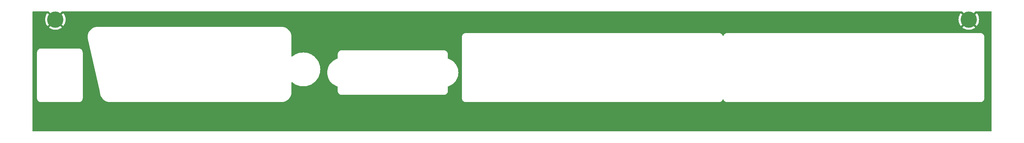
<source format=gbr>
%TF.GenerationSoftware,KiCad,Pcbnew,7.0.10*%
%TF.CreationDate,2024-04-26T12:54:52+01:00*%
%TF.ProjectId,back,6261636b-2e6b-4696-9361-645f70636258,rev?*%
%TF.SameCoordinates,Original*%
%TF.FileFunction,Copper,L1,Top*%
%TF.FilePolarity,Positive*%
%FSLAX46Y46*%
G04 Gerber Fmt 4.6, Leading zero omitted, Abs format (unit mm)*
G04 Created by KiCad (PCBNEW 7.0.10) date 2024-04-26 12:54:52*
%MOMM*%
%LPD*%
G01*
G04 APERTURE LIST*
%TA.AperFunction,ComponentPad*%
%ADD10C,4.000000*%
%TD*%
G04 APERTURE END LIST*
D10*
%TO.P,H2,1,1*%
%TO.N,GND*%
X256600000Y-89500000D03*
%TD*%
%TO.P,H1,1,1*%
%TO.N,GND*%
X32600000Y-89500000D03*
%TD*%
%TA.AperFunction,Conductor*%
%TO.N,GND*%
G36*
X30969730Y-87520185D02*
G01*
X30990372Y-87536819D01*
X31655819Y-88202266D01*
X31465130Y-88365130D01*
X31302266Y-88555818D01*
X30664286Y-87917838D01*
X30664285Y-87917838D01*
X30573459Y-88027629D01*
X30573457Y-88027632D01*
X30404903Y-88293232D01*
X30404900Y-88293238D01*
X30270965Y-88577862D01*
X30270963Y-88577867D01*
X30173755Y-88877041D01*
X30114808Y-89186050D01*
X30114807Y-89186057D01*
X30095057Y-89499994D01*
X30095057Y-89500005D01*
X30114807Y-89813942D01*
X30114808Y-89813949D01*
X30173755Y-90122958D01*
X30270963Y-90422132D01*
X30270965Y-90422137D01*
X30404900Y-90706761D01*
X30404903Y-90706767D01*
X30573457Y-90972367D01*
X30573460Y-90972371D01*
X30664286Y-91082160D01*
X31302266Y-90444180D01*
X31465130Y-90634870D01*
X31655818Y-90797732D01*
X31014971Y-91438579D01*
X31014972Y-91438581D01*
X31257772Y-91614985D01*
X31257790Y-91614996D01*
X31533447Y-91766540D01*
X31533455Y-91766544D01*
X31825926Y-91882340D01*
X32130620Y-91960573D01*
X32130629Y-91960575D01*
X32442701Y-91999999D01*
X32442715Y-92000000D01*
X32757285Y-92000000D01*
X32757298Y-91999999D01*
X33069370Y-91960575D01*
X33069379Y-91960573D01*
X33374073Y-91882340D01*
X33666544Y-91766544D01*
X33666552Y-91766540D01*
X33942209Y-91614996D01*
X33942219Y-91614990D01*
X34185026Y-91438579D01*
X34185027Y-91438579D01*
X33544180Y-90797733D01*
X33734870Y-90634870D01*
X33897733Y-90444181D01*
X34535712Y-91082160D01*
X34626544Y-90972364D01*
X34795096Y-90706767D01*
X34795099Y-90706761D01*
X34929034Y-90422137D01*
X34929036Y-90422132D01*
X35026244Y-90122958D01*
X35085191Y-89813949D01*
X35085192Y-89813942D01*
X35104943Y-89500005D01*
X35104943Y-89499994D01*
X35085192Y-89186057D01*
X35085191Y-89186050D01*
X35026244Y-88877041D01*
X34929036Y-88577867D01*
X34929034Y-88577862D01*
X34795099Y-88293238D01*
X34795096Y-88293232D01*
X34626542Y-88027632D01*
X34626539Y-88027628D01*
X34535712Y-87917838D01*
X33897732Y-88555818D01*
X33734870Y-88365130D01*
X33544180Y-88202266D01*
X34209628Y-87536819D01*
X34270951Y-87503334D01*
X34297309Y-87500500D01*
X254902691Y-87500500D01*
X254969730Y-87520185D01*
X254990372Y-87536819D01*
X255655819Y-88202266D01*
X255465130Y-88365130D01*
X255302266Y-88555818D01*
X254664286Y-87917838D01*
X254664285Y-87917838D01*
X254573459Y-88027629D01*
X254573457Y-88027632D01*
X254404903Y-88293232D01*
X254404900Y-88293238D01*
X254270965Y-88577862D01*
X254270963Y-88577867D01*
X254173755Y-88877041D01*
X254114808Y-89186050D01*
X254114807Y-89186057D01*
X254095057Y-89499994D01*
X254095057Y-89500005D01*
X254114807Y-89813942D01*
X254114808Y-89813949D01*
X254173755Y-90122958D01*
X254270963Y-90422132D01*
X254270965Y-90422137D01*
X254404900Y-90706761D01*
X254404903Y-90706767D01*
X254573457Y-90972367D01*
X254573460Y-90972371D01*
X254664286Y-91082160D01*
X255302266Y-90444180D01*
X255465130Y-90634870D01*
X255655818Y-90797732D01*
X255014971Y-91438579D01*
X255014972Y-91438581D01*
X255257772Y-91614985D01*
X255257790Y-91614996D01*
X255533447Y-91766540D01*
X255533455Y-91766544D01*
X255825926Y-91882340D01*
X256130620Y-91960573D01*
X256130629Y-91960575D01*
X256442701Y-91999999D01*
X256442715Y-92000000D01*
X256757285Y-92000000D01*
X256757298Y-91999999D01*
X257069370Y-91960575D01*
X257069379Y-91960573D01*
X257374073Y-91882340D01*
X257666544Y-91766544D01*
X257666552Y-91766540D01*
X257942209Y-91614996D01*
X257942219Y-91614990D01*
X258185026Y-91438579D01*
X258185027Y-91438579D01*
X257544180Y-90797733D01*
X257734870Y-90634870D01*
X257897733Y-90444181D01*
X258535712Y-91082160D01*
X258626544Y-90972364D01*
X258795096Y-90706767D01*
X258795099Y-90706761D01*
X258929034Y-90422137D01*
X258929036Y-90422132D01*
X259026244Y-90122958D01*
X259085191Y-89813949D01*
X259085192Y-89813942D01*
X259104943Y-89500005D01*
X259104943Y-89499994D01*
X259085192Y-89186057D01*
X259085191Y-89186050D01*
X259026244Y-88877041D01*
X258929036Y-88577867D01*
X258929034Y-88577862D01*
X258795099Y-88293238D01*
X258795096Y-88293232D01*
X258626542Y-88027632D01*
X258626539Y-88027628D01*
X258535712Y-87917838D01*
X257897732Y-88555818D01*
X257734870Y-88365130D01*
X257544180Y-88202266D01*
X258209628Y-87536819D01*
X258270951Y-87503334D01*
X258297309Y-87500500D01*
X262075500Y-87500500D01*
X262142539Y-87520185D01*
X262188294Y-87572989D01*
X262199500Y-87624500D01*
X262199500Y-116875500D01*
X262179815Y-116942539D01*
X262127011Y-116988294D01*
X262075500Y-116999500D01*
X27124500Y-116999500D01*
X27057461Y-116979815D01*
X27011706Y-116927011D01*
X27000500Y-116875500D01*
X27000500Y-108850936D01*
X28095631Y-108850936D01*
X28106719Y-108923325D01*
X28107513Y-108929553D01*
X28114925Y-109002437D01*
X28114926Y-109002440D01*
X28119749Y-109017814D01*
X28124003Y-109036147D01*
X28126442Y-109052064D01*
X28126443Y-109052068D01*
X28151882Y-109120760D01*
X28153911Y-109126696D01*
X28175841Y-109196588D01*
X28175842Y-109196589D01*
X28175843Y-109196592D01*
X28183657Y-109210670D01*
X28191517Y-109227777D01*
X28197111Y-109242881D01*
X28197113Y-109242884D01*
X28197114Y-109242887D01*
X28213198Y-109268692D01*
X28235864Y-109305057D01*
X28239050Y-109310469D01*
X28274592Y-109374503D01*
X28274593Y-109374504D01*
X28285078Y-109386718D01*
X28296222Y-109401894D01*
X28304745Y-109415567D01*
X28304746Y-109415568D01*
X28304748Y-109415571D01*
X28355246Y-109468695D01*
X28359421Y-109473317D01*
X28374279Y-109490625D01*
X28407132Y-109528894D01*
X28407133Y-109528895D01*
X28419869Y-109538753D01*
X28433844Y-109551379D01*
X28444940Y-109563052D01*
X28505051Y-109604891D01*
X28510115Y-109608609D01*
X28518270Y-109614921D01*
X28568042Y-109653448D01*
X28582515Y-109660547D01*
X28598726Y-109670090D01*
X28611951Y-109679295D01*
X28679264Y-109708181D01*
X28684954Y-109710795D01*
X28696267Y-109716345D01*
X28750724Y-109743058D01*
X28750726Y-109743058D01*
X28750729Y-109743060D01*
X28766316Y-109747095D01*
X28784128Y-109753182D01*
X28798942Y-109759540D01*
X28870700Y-109774285D01*
X28876779Y-109775695D01*
X28947711Y-109794062D01*
X28947715Y-109794063D01*
X28963807Y-109794879D01*
X28982480Y-109797257D01*
X28991413Y-109799093D01*
X28998258Y-109800500D01*
X28998259Y-109800500D01*
X29071500Y-109800500D01*
X29077778Y-109800658D01*
X29150936Y-109804369D01*
X29166857Y-109801930D01*
X29185633Y-109800500D01*
X38271500Y-109800500D01*
X38277778Y-109800658D01*
X38350936Y-109804369D01*
X38423339Y-109793276D01*
X38429557Y-109792484D01*
X38502438Y-109785074D01*
X38517811Y-109780250D01*
X38536149Y-109775995D01*
X38540473Y-109775332D01*
X38552071Y-109773556D01*
X38620789Y-109748105D01*
X38626672Y-109746094D01*
X38696588Y-109724159D01*
X38710670Y-109716341D01*
X38727782Y-109708479D01*
X38742887Y-109702886D01*
X38805073Y-109664123D01*
X38810421Y-109660975D01*
X38874502Y-109625409D01*
X38886724Y-109614915D01*
X38901898Y-109603773D01*
X38915571Y-109595252D01*
X38968690Y-109544757D01*
X38973294Y-109540597D01*
X39028895Y-109492866D01*
X39038750Y-109480133D01*
X39051374Y-109466161D01*
X39055810Y-109461942D01*
X39063053Y-109455059D01*
X39104926Y-109394895D01*
X39108577Y-109389923D01*
X39153448Y-109331958D01*
X39160549Y-109317479D01*
X39170092Y-109301269D01*
X39179295Y-109288049D01*
X39208186Y-109220722D01*
X39210791Y-109215054D01*
X39243060Y-109149271D01*
X39247098Y-109133672D01*
X39253191Y-109115851D01*
X39259538Y-109101062D01*
X39259540Y-109101058D01*
X39274288Y-109029287D01*
X39275692Y-109023231D01*
X39294063Y-108952285D01*
X39294879Y-108936193D01*
X39297258Y-108917516D01*
X39300500Y-108901742D01*
X39300500Y-108828499D01*
X39300659Y-108822219D01*
X39304369Y-108749064D01*
X39301930Y-108733142D01*
X39300500Y-108714366D01*
X39300500Y-97628499D01*
X39300659Y-97622219D01*
X39302065Y-97594495D01*
X39304369Y-97549064D01*
X39293277Y-97476664D01*
X39292484Y-97470436D01*
X39291756Y-97463281D01*
X39285074Y-97397562D01*
X39280766Y-97383832D01*
X39280251Y-97382189D01*
X39275994Y-97363849D01*
X39273556Y-97347929D01*
X39248100Y-97279197D01*
X39246098Y-97273338D01*
X39224159Y-97203412D01*
X39216339Y-97189324D01*
X39208482Y-97172225D01*
X39202886Y-97157113D01*
X39164129Y-97094934D01*
X39160951Y-97089534D01*
X39153686Y-97076445D01*
X39125409Y-97025498D01*
X39114921Y-97013281D01*
X39103773Y-96998100D01*
X39103489Y-96997645D01*
X39095252Y-96984429D01*
X39044787Y-96931340D01*
X39040577Y-96926680D01*
X38992873Y-96871112D01*
X38992868Y-96871108D01*
X38992866Y-96871105D01*
X38980126Y-96861243D01*
X38966155Y-96848620D01*
X38955063Y-96836951D01*
X38955062Y-96836950D01*
X38955059Y-96836947D01*
X38894936Y-96795100D01*
X38889874Y-96791382D01*
X38831960Y-96746553D01*
X38831957Y-96746551D01*
X38817496Y-96739458D01*
X38801270Y-96729906D01*
X38788051Y-96720706D01*
X38788049Y-96720705D01*
X38720720Y-96691811D01*
X38715061Y-96689211D01*
X38649271Y-96656940D01*
X38649269Y-96656939D01*
X38633680Y-96652903D01*
X38615864Y-96646813D01*
X38601061Y-96640461D01*
X38601059Y-96640460D01*
X38601058Y-96640460D01*
X38529306Y-96625714D01*
X38523195Y-96624297D01*
X38516544Y-96622575D01*
X38452285Y-96605937D01*
X38452284Y-96605936D01*
X38452281Y-96605936D01*
X38436189Y-96605119D01*
X38417523Y-96602742D01*
X38401743Y-96599500D01*
X38401741Y-96599500D01*
X38328500Y-96599500D01*
X38322221Y-96599341D01*
X38249064Y-96595631D01*
X38249060Y-96595631D01*
X38233143Y-96598070D01*
X38214367Y-96599500D01*
X29128500Y-96599500D01*
X29122221Y-96599341D01*
X29091787Y-96597797D01*
X29049065Y-96595631D01*
X29049058Y-96595631D01*
X28976676Y-96606719D01*
X28970448Y-96607513D01*
X28897566Y-96614925D01*
X28897557Y-96614927D01*
X28882187Y-96619749D01*
X28863858Y-96624003D01*
X28847929Y-96626444D01*
X28847926Y-96626445D01*
X28779245Y-96651880D01*
X28773305Y-96653911D01*
X28703412Y-96675840D01*
X28689322Y-96683661D01*
X28672220Y-96691518D01*
X28657118Y-96697111D01*
X28657108Y-96697116D01*
X28594959Y-96735854D01*
X28589546Y-96739040D01*
X28525506Y-96774585D01*
X28525499Y-96774590D01*
X28513278Y-96785081D01*
X28498114Y-96796216D01*
X28484430Y-96804746D01*
X28484427Y-96804749D01*
X28431338Y-96855213D01*
X28426679Y-96859422D01*
X28371109Y-96907129D01*
X28371102Y-96907136D01*
X28361243Y-96919872D01*
X28348631Y-96933832D01*
X28336949Y-96944938D01*
X28336948Y-96944939D01*
X28295111Y-97005046D01*
X28291396Y-97010106D01*
X28246550Y-97068043D01*
X28239452Y-97082513D01*
X28229907Y-97098728D01*
X28220706Y-97111948D01*
X28220705Y-97111949D01*
X28191818Y-97179262D01*
X28189197Y-97184965D01*
X28156939Y-97250729D01*
X28156938Y-97250733D01*
X28152901Y-97266324D01*
X28146815Y-97284129D01*
X28140461Y-97298937D01*
X28125716Y-97370687D01*
X28124296Y-97376805D01*
X28105936Y-97447716D01*
X28105119Y-97463811D01*
X28102743Y-97482474D01*
X28099500Y-97498260D01*
X28099500Y-97571499D01*
X28099341Y-97577779D01*
X28095631Y-97650935D01*
X28095631Y-97650936D01*
X28098070Y-97666857D01*
X28099500Y-97685633D01*
X28099500Y-108771499D01*
X28099341Y-108777779D01*
X28095631Y-108850935D01*
X28095631Y-108850936D01*
X27000500Y-108850936D01*
X27000500Y-93715023D01*
X40497936Y-93715023D01*
X40499483Y-93807381D01*
X40499500Y-93809457D01*
X40499500Y-93892707D01*
X40500029Y-93898415D01*
X40499909Y-93898426D01*
X40501225Y-93911439D01*
X40501343Y-93918471D01*
X40501344Y-93918483D01*
X40519249Y-93998771D01*
X40520110Y-94002972D01*
X40533569Y-94074966D01*
X40533572Y-94074975D01*
X40536503Y-94082541D01*
X40541902Y-94100340D01*
X43452768Y-107152287D01*
X43598312Y-107804890D01*
X43611378Y-107863474D01*
X43613451Y-107875553D01*
X43617908Y-107912346D01*
X43617908Y-107912348D01*
X43631249Y-107954671D01*
X43634007Y-107964939D01*
X43634536Y-107967308D01*
X43634538Y-107967314D01*
X43634538Y-107967317D01*
X43646820Y-108004286D01*
X43647393Y-108006055D01*
X43690328Y-108142081D01*
X43690329Y-108142083D01*
X43690332Y-108142092D01*
X43773491Y-108328117D01*
X43811279Y-108412648D01*
X43962483Y-108667529D01*
X44141940Y-108903366D01*
X44237147Y-109002437D01*
X44347287Y-109117048D01*
X44347292Y-109117052D01*
X44347294Y-109117054D01*
X44358976Y-109126700D01*
X44575804Y-109305746D01*
X44724103Y-109401894D01*
X44824466Y-109466964D01*
X44824468Y-109466965D01*
X45089988Y-109598571D01*
X45089993Y-109598574D01*
X45089996Y-109598575D01*
X45089998Y-109598576D01*
X45206783Y-109640561D01*
X45368881Y-109698838D01*
X45647234Y-109764036D01*
X45657425Y-109766423D01*
X45951822Y-109800441D01*
X45991554Y-109800456D01*
X45992394Y-109800500D01*
X45998259Y-109800500D01*
X88151254Y-109800500D01*
X88204265Y-109794063D01*
X88451551Y-109764037D01*
X88745266Y-109691643D01*
X88745269Y-109691641D01*
X88745272Y-109691641D01*
X88919910Y-109625409D01*
X89028113Y-109584373D01*
X89295967Y-109443792D01*
X89544924Y-109271950D01*
X89771352Y-109071352D01*
X89966624Y-108850936D01*
X132295631Y-108850936D01*
X132306719Y-108923325D01*
X132307513Y-108929553D01*
X132314925Y-109002437D01*
X132314926Y-109002440D01*
X132319749Y-109017814D01*
X132324003Y-109036147D01*
X132326442Y-109052064D01*
X132326443Y-109052068D01*
X132351882Y-109120760D01*
X132353911Y-109126696D01*
X132375841Y-109196588D01*
X132375842Y-109196589D01*
X132375843Y-109196592D01*
X132383657Y-109210670D01*
X132391517Y-109227777D01*
X132397111Y-109242881D01*
X132397113Y-109242884D01*
X132397114Y-109242887D01*
X132413198Y-109268692D01*
X132435864Y-109305057D01*
X132439050Y-109310469D01*
X132474592Y-109374503D01*
X132474593Y-109374504D01*
X132485078Y-109386718D01*
X132496222Y-109401894D01*
X132504745Y-109415567D01*
X132504746Y-109415568D01*
X132504748Y-109415571D01*
X132555246Y-109468695D01*
X132559421Y-109473317D01*
X132574279Y-109490625D01*
X132607132Y-109528894D01*
X132607133Y-109528895D01*
X132619869Y-109538753D01*
X132633844Y-109551379D01*
X132644940Y-109563052D01*
X132705051Y-109604891D01*
X132710115Y-109608609D01*
X132718270Y-109614921D01*
X132768042Y-109653448D01*
X132782515Y-109660547D01*
X132798726Y-109670090D01*
X132811951Y-109679295D01*
X132879264Y-109708181D01*
X132884954Y-109710795D01*
X132896267Y-109716345D01*
X132950724Y-109743058D01*
X132950726Y-109743058D01*
X132950729Y-109743060D01*
X132966316Y-109747095D01*
X132984128Y-109753182D01*
X132998942Y-109759540D01*
X133070700Y-109774285D01*
X133076779Y-109775695D01*
X133147711Y-109794062D01*
X133147715Y-109794063D01*
X133163807Y-109794879D01*
X133182480Y-109797257D01*
X133191413Y-109799093D01*
X133198258Y-109800500D01*
X133198259Y-109800500D01*
X133271500Y-109800500D01*
X133277778Y-109800658D01*
X133350936Y-109804369D01*
X133366857Y-109801930D01*
X133385633Y-109800500D01*
X195271500Y-109800500D01*
X195277778Y-109800658D01*
X195350936Y-109804369D01*
X195423339Y-109793276D01*
X195429557Y-109792484D01*
X195502438Y-109785074D01*
X195517811Y-109780250D01*
X195536149Y-109775995D01*
X195540473Y-109775332D01*
X195552071Y-109773556D01*
X195620789Y-109748105D01*
X195626672Y-109746094D01*
X195696588Y-109724159D01*
X195710670Y-109716341D01*
X195727782Y-109708479D01*
X195742887Y-109702886D01*
X195805073Y-109664123D01*
X195810421Y-109660975D01*
X195874502Y-109625409D01*
X195886724Y-109614915D01*
X195901898Y-109603773D01*
X195915571Y-109595252D01*
X195968690Y-109544757D01*
X195973294Y-109540597D01*
X196028895Y-109492866D01*
X196038750Y-109480133D01*
X196051374Y-109466161D01*
X196055810Y-109461942D01*
X196063053Y-109455059D01*
X196104926Y-109394895D01*
X196108577Y-109389923D01*
X196153448Y-109331958D01*
X196160549Y-109317479D01*
X196170092Y-109301269D01*
X196179295Y-109288049D01*
X196208186Y-109220722D01*
X196210782Y-109215071D01*
X196239269Y-109156998D01*
X196286464Y-109105482D01*
X196354022Y-109087658D01*
X196420492Y-109109189D01*
X196464769Y-109163238D01*
X196468906Y-109174487D01*
X196475839Y-109196582D01*
X196475843Y-109196592D01*
X196483657Y-109210670D01*
X196491517Y-109227777D01*
X196497111Y-109242881D01*
X196497113Y-109242884D01*
X196497114Y-109242887D01*
X196513198Y-109268692D01*
X196535864Y-109305057D01*
X196539050Y-109310469D01*
X196574592Y-109374503D01*
X196574593Y-109374504D01*
X196585078Y-109386718D01*
X196596222Y-109401894D01*
X196604745Y-109415567D01*
X196604746Y-109415568D01*
X196604748Y-109415571D01*
X196655246Y-109468695D01*
X196659421Y-109473317D01*
X196674279Y-109490625D01*
X196707132Y-109528894D01*
X196707133Y-109528895D01*
X196719869Y-109538753D01*
X196733844Y-109551379D01*
X196744940Y-109563052D01*
X196805051Y-109604891D01*
X196810115Y-109608609D01*
X196818270Y-109614921D01*
X196868042Y-109653448D01*
X196882515Y-109660547D01*
X196898726Y-109670090D01*
X196911951Y-109679295D01*
X196979264Y-109708181D01*
X196984954Y-109710795D01*
X196996267Y-109716345D01*
X197050724Y-109743058D01*
X197050726Y-109743058D01*
X197050729Y-109743060D01*
X197066316Y-109747095D01*
X197084128Y-109753182D01*
X197098942Y-109759540D01*
X197170700Y-109774285D01*
X197176779Y-109775695D01*
X197247711Y-109794062D01*
X197247715Y-109794063D01*
X197263807Y-109794879D01*
X197282480Y-109797257D01*
X197291413Y-109799093D01*
X197298258Y-109800500D01*
X197298259Y-109800500D01*
X197371500Y-109800500D01*
X197377778Y-109800658D01*
X197450936Y-109804369D01*
X197466857Y-109801930D01*
X197485633Y-109800500D01*
X259371500Y-109800500D01*
X259377778Y-109800658D01*
X259450936Y-109804369D01*
X259523339Y-109793276D01*
X259529557Y-109792484D01*
X259602438Y-109785074D01*
X259617811Y-109780250D01*
X259636149Y-109775995D01*
X259640473Y-109775332D01*
X259652071Y-109773556D01*
X259720789Y-109748105D01*
X259726672Y-109746094D01*
X259796588Y-109724159D01*
X259810670Y-109716341D01*
X259827782Y-109708479D01*
X259842887Y-109702886D01*
X259905073Y-109664123D01*
X259910421Y-109660975D01*
X259974502Y-109625409D01*
X259986724Y-109614915D01*
X260001898Y-109603773D01*
X260015571Y-109595252D01*
X260068690Y-109544757D01*
X260073294Y-109540597D01*
X260128895Y-109492866D01*
X260138750Y-109480133D01*
X260151374Y-109466161D01*
X260155810Y-109461942D01*
X260163053Y-109455059D01*
X260204926Y-109394895D01*
X260208577Y-109389923D01*
X260253448Y-109331958D01*
X260260549Y-109317479D01*
X260270092Y-109301269D01*
X260279295Y-109288049D01*
X260308186Y-109220722D01*
X260310791Y-109215054D01*
X260343060Y-109149271D01*
X260347098Y-109133672D01*
X260353191Y-109115851D01*
X260359538Y-109101062D01*
X260359540Y-109101058D01*
X260374288Y-109029287D01*
X260375692Y-109023231D01*
X260394063Y-108952285D01*
X260394879Y-108936193D01*
X260397258Y-108917516D01*
X260400500Y-108901742D01*
X260400500Y-108828499D01*
X260400659Y-108822219D01*
X260404369Y-108749064D01*
X260401930Y-108733142D01*
X260400500Y-108714366D01*
X260400500Y-93828499D01*
X260400659Y-93822219D01*
X260401360Y-93808396D01*
X260404369Y-93749064D01*
X260393277Y-93676664D01*
X260392484Y-93670436D01*
X260390278Y-93648745D01*
X260385074Y-93597562D01*
X260384248Y-93594930D01*
X260380251Y-93582189D01*
X260375994Y-93563849D01*
X260373556Y-93547929D01*
X260348100Y-93479197D01*
X260346098Y-93473338D01*
X260324159Y-93403412D01*
X260316339Y-93389324D01*
X260308482Y-93372225D01*
X260302886Y-93357113D01*
X260264129Y-93294934D01*
X260260951Y-93289534D01*
X260257054Y-93282513D01*
X260225409Y-93225498D01*
X260214921Y-93213281D01*
X260203773Y-93198100D01*
X260203489Y-93197645D01*
X260195252Y-93184429D01*
X260144787Y-93131340D01*
X260140577Y-93126680D01*
X260092873Y-93071112D01*
X260092868Y-93071108D01*
X260092866Y-93071105D01*
X260080126Y-93061243D01*
X260066155Y-93048620D01*
X260055063Y-93036951D01*
X260055062Y-93036950D01*
X260055059Y-93036947D01*
X259994936Y-92995100D01*
X259989874Y-92991382D01*
X259931960Y-92946553D01*
X259931957Y-92946551D01*
X259917496Y-92939458D01*
X259901270Y-92929906D01*
X259888051Y-92920706D01*
X259888049Y-92920705D01*
X259820720Y-92891811D01*
X259815061Y-92889211D01*
X259749271Y-92856940D01*
X259749269Y-92856939D01*
X259733680Y-92852903D01*
X259715864Y-92846813D01*
X259701061Y-92840461D01*
X259701059Y-92840460D01*
X259701058Y-92840460D01*
X259629306Y-92825714D01*
X259623195Y-92824297D01*
X259616544Y-92822575D01*
X259552285Y-92805937D01*
X259552284Y-92805936D01*
X259552281Y-92805936D01*
X259536189Y-92805119D01*
X259517523Y-92802742D01*
X259501743Y-92799500D01*
X259501741Y-92799500D01*
X259428500Y-92799500D01*
X259422221Y-92799341D01*
X259349064Y-92795631D01*
X259349060Y-92795631D01*
X259333143Y-92798070D01*
X259314367Y-92799500D01*
X197428500Y-92799500D01*
X197422221Y-92799341D01*
X197391787Y-92797797D01*
X197349065Y-92795631D01*
X197349058Y-92795631D01*
X197276676Y-92806719D01*
X197270448Y-92807513D01*
X197197566Y-92814925D01*
X197197557Y-92814927D01*
X197182187Y-92819749D01*
X197163858Y-92824003D01*
X197147929Y-92826444D01*
X197147926Y-92826445D01*
X197079245Y-92851880D01*
X197073305Y-92853911D01*
X197003412Y-92875840D01*
X196989322Y-92883661D01*
X196972220Y-92891518D01*
X196957118Y-92897111D01*
X196957108Y-92897116D01*
X196894959Y-92935854D01*
X196889546Y-92939040D01*
X196825506Y-92974585D01*
X196825499Y-92974590D01*
X196813278Y-92985081D01*
X196798114Y-92996216D01*
X196784430Y-93004746D01*
X196784427Y-93004749D01*
X196731338Y-93055213D01*
X196726679Y-93059422D01*
X196671109Y-93107129D01*
X196671102Y-93107136D01*
X196661243Y-93119872D01*
X196648631Y-93133832D01*
X196636949Y-93144938D01*
X196636948Y-93144939D01*
X196595111Y-93205046D01*
X196591396Y-93210106D01*
X196546550Y-93268043D01*
X196539452Y-93282513D01*
X196529907Y-93298728D01*
X196520706Y-93311948D01*
X196520705Y-93311949D01*
X196491818Y-93379262D01*
X196489197Y-93384965D01*
X196460734Y-93442994D01*
X196413538Y-93494515D01*
X196345981Y-93512341D01*
X196279511Y-93490812D01*
X196235231Y-93436765D01*
X196231091Y-93425507D01*
X196226061Y-93409475D01*
X196224159Y-93403412D01*
X196216339Y-93389324D01*
X196208482Y-93372225D01*
X196202886Y-93357113D01*
X196164129Y-93294934D01*
X196160951Y-93289534D01*
X196157054Y-93282513D01*
X196125409Y-93225498D01*
X196114921Y-93213281D01*
X196103773Y-93198100D01*
X196103489Y-93197645D01*
X196095252Y-93184429D01*
X196044787Y-93131340D01*
X196040577Y-93126680D01*
X195992873Y-93071112D01*
X195992868Y-93071108D01*
X195992866Y-93071105D01*
X195980126Y-93061243D01*
X195966155Y-93048620D01*
X195955063Y-93036951D01*
X195955062Y-93036950D01*
X195955059Y-93036947D01*
X195894936Y-92995100D01*
X195889874Y-92991382D01*
X195831960Y-92946553D01*
X195831957Y-92946551D01*
X195817496Y-92939458D01*
X195801270Y-92929906D01*
X195788051Y-92920706D01*
X195788049Y-92920705D01*
X195720720Y-92891811D01*
X195715061Y-92889211D01*
X195649271Y-92856940D01*
X195649269Y-92856939D01*
X195633680Y-92852903D01*
X195615864Y-92846813D01*
X195601061Y-92840461D01*
X195601059Y-92840460D01*
X195601058Y-92840460D01*
X195529306Y-92825714D01*
X195523195Y-92824297D01*
X195516544Y-92822575D01*
X195452285Y-92805937D01*
X195452284Y-92805936D01*
X195452281Y-92805936D01*
X195436189Y-92805119D01*
X195417523Y-92802742D01*
X195401743Y-92799500D01*
X195401741Y-92799500D01*
X195328500Y-92799500D01*
X195322221Y-92799341D01*
X195249064Y-92795631D01*
X195249060Y-92795631D01*
X195233143Y-92798070D01*
X195214367Y-92799500D01*
X133328500Y-92799500D01*
X133322221Y-92799341D01*
X133291787Y-92797797D01*
X133249065Y-92795631D01*
X133249058Y-92795631D01*
X133176676Y-92806719D01*
X133170448Y-92807513D01*
X133097566Y-92814925D01*
X133097557Y-92814927D01*
X133082187Y-92819749D01*
X133063858Y-92824003D01*
X133047929Y-92826444D01*
X133047926Y-92826445D01*
X132979245Y-92851880D01*
X132973305Y-92853911D01*
X132903412Y-92875840D01*
X132889322Y-92883661D01*
X132872220Y-92891518D01*
X132857118Y-92897111D01*
X132857108Y-92897116D01*
X132794959Y-92935854D01*
X132789546Y-92939040D01*
X132725506Y-92974585D01*
X132725499Y-92974590D01*
X132713278Y-92985081D01*
X132698114Y-92996216D01*
X132684430Y-93004746D01*
X132684427Y-93004749D01*
X132631338Y-93055213D01*
X132626679Y-93059422D01*
X132571109Y-93107129D01*
X132571102Y-93107136D01*
X132561243Y-93119872D01*
X132548631Y-93133832D01*
X132536949Y-93144938D01*
X132536948Y-93144939D01*
X132495111Y-93205046D01*
X132491396Y-93210106D01*
X132446550Y-93268043D01*
X132439452Y-93282513D01*
X132429907Y-93298728D01*
X132420706Y-93311948D01*
X132420705Y-93311949D01*
X132391818Y-93379262D01*
X132389197Y-93384965D01*
X132356939Y-93450729D01*
X132356938Y-93450733D01*
X132352901Y-93466324D01*
X132346815Y-93484129D01*
X132340461Y-93498937D01*
X132325716Y-93570687D01*
X132324296Y-93576805D01*
X132305936Y-93647716D01*
X132305119Y-93663811D01*
X132302743Y-93682474D01*
X132299500Y-93698260D01*
X132299500Y-93771499D01*
X132299341Y-93777779D01*
X132295631Y-93850935D01*
X132295631Y-93850936D01*
X132298070Y-93866857D01*
X132299500Y-93885633D01*
X132299500Y-108771499D01*
X132299341Y-108777779D01*
X132295631Y-108850935D01*
X132295631Y-108850936D01*
X89966624Y-108850936D01*
X89971950Y-108844924D01*
X90143792Y-108595967D01*
X90284373Y-108328113D01*
X90391643Y-108045266D01*
X90464037Y-107751551D01*
X90500500Y-107451252D01*
X90500500Y-107300000D01*
X90500500Y-107207290D01*
X90500500Y-105003369D01*
X90520185Y-104936330D01*
X90572989Y-104890575D01*
X90642147Y-104880631D01*
X90705703Y-104909656D01*
X90707773Y-104911491D01*
X90753233Y-104952694D01*
X90763776Y-104962249D01*
X91091325Y-105205176D01*
X91441109Y-105414828D01*
X91809757Y-105589186D01*
X92193721Y-105726570D01*
X92589301Y-105825658D01*
X92992689Y-105885495D01*
X93400000Y-105905505D01*
X93807311Y-105885495D01*
X94210699Y-105825658D01*
X94606279Y-105726570D01*
X94990243Y-105589186D01*
X95358891Y-105414828D01*
X95708675Y-105205176D01*
X96036224Y-104962249D01*
X96338386Y-104688386D01*
X96612249Y-104386224D01*
X96855176Y-104058675D01*
X97064828Y-103708891D01*
X97239186Y-103340243D01*
X97376570Y-102956279D01*
X97475658Y-102560699D01*
X97480953Y-102525000D01*
X99269904Y-102525000D01*
X99288271Y-102887191D01*
X99343188Y-103245663D01*
X99434092Y-103596757D01*
X99560039Y-103936823D01*
X99560042Y-103936830D01*
X99560043Y-103936832D01*
X99560045Y-103936836D01*
X99719754Y-104262427D01*
X99742029Y-104298163D01*
X99911588Y-104570195D01*
X99911590Y-104570198D01*
X99911591Y-104570199D01*
X100133567Y-104856969D01*
X100133573Y-104856976D01*
X100364584Y-105100000D01*
X100383432Y-105119828D01*
X100658599Y-105356051D01*
X100658602Y-105356053D01*
X100956258Y-105563228D01*
X101273347Y-105739226D01*
X101606614Y-105882243D01*
X101762621Y-105931190D01*
X101820693Y-105970040D01*
X101848542Y-106034120D01*
X101849500Y-106049503D01*
X101849500Y-106971498D01*
X101849341Y-106977778D01*
X101845631Y-107050934D01*
X101845631Y-107050935D01*
X101856719Y-107123324D01*
X101857513Y-107129552D01*
X101864925Y-107202436D01*
X101864926Y-107202439D01*
X101869749Y-107217813D01*
X101874003Y-107236146D01*
X101876442Y-107252063D01*
X101876443Y-107252067D01*
X101901882Y-107320759D01*
X101903911Y-107326695D01*
X101925841Y-107396587D01*
X101925842Y-107396588D01*
X101925843Y-107396591D01*
X101933657Y-107410669D01*
X101941517Y-107427776D01*
X101947111Y-107442880D01*
X101947113Y-107442883D01*
X101947114Y-107442886D01*
X101952329Y-107451252D01*
X101985864Y-107505056D01*
X101989050Y-107510468D01*
X102000978Y-107531959D01*
X102024592Y-107574502D01*
X102024593Y-107574503D01*
X102035078Y-107586717D01*
X102046222Y-107601893D01*
X102054745Y-107615566D01*
X102054746Y-107615567D01*
X102054748Y-107615570D01*
X102105246Y-107668694D01*
X102109421Y-107673316D01*
X102115275Y-107680135D01*
X102157132Y-107728893D01*
X102157133Y-107728894D01*
X102169869Y-107738752D01*
X102183842Y-107751376D01*
X102184008Y-107751551D01*
X102194940Y-107763051D01*
X102255051Y-107804890D01*
X102260115Y-107808608D01*
X102318042Y-107853447D01*
X102332515Y-107860546D01*
X102348726Y-107870089D01*
X102361951Y-107879294D01*
X102429264Y-107908180D01*
X102434954Y-107910794D01*
X102446269Y-107916345D01*
X102500724Y-107943057D01*
X102500726Y-107943057D01*
X102500729Y-107943059D01*
X102516316Y-107947094D01*
X102534128Y-107953181D01*
X102548942Y-107959539D01*
X102620700Y-107974284D01*
X102626779Y-107975694D01*
X102697711Y-107994061D01*
X102697715Y-107994062D01*
X102713807Y-107994878D01*
X102732480Y-107997256D01*
X102741413Y-107999092D01*
X102748258Y-108000499D01*
X102748259Y-108000499D01*
X102821500Y-108000499D01*
X102827778Y-108000657D01*
X102900936Y-108004368D01*
X102916857Y-108001929D01*
X102935633Y-108000499D01*
X127821497Y-108000499D01*
X127827778Y-108000658D01*
X127900936Y-108004369D01*
X127973339Y-107993276D01*
X127979557Y-107992484D01*
X128052438Y-107985074D01*
X128067811Y-107980250D01*
X128086149Y-107975995D01*
X128090473Y-107975332D01*
X128102071Y-107973556D01*
X128170789Y-107948105D01*
X128176672Y-107946094D01*
X128246588Y-107924159D01*
X128260670Y-107916341D01*
X128277782Y-107908479D01*
X128292887Y-107902886D01*
X128355073Y-107864123D01*
X128360421Y-107860975D01*
X128424502Y-107825409D01*
X128436724Y-107814915D01*
X128451898Y-107803773D01*
X128465571Y-107795252D01*
X128518690Y-107744757D01*
X128523294Y-107740597D01*
X128578895Y-107692866D01*
X128588750Y-107680133D01*
X128601374Y-107666161D01*
X128605810Y-107661942D01*
X128613053Y-107655059D01*
X128654926Y-107594895D01*
X128658577Y-107589923D01*
X128703448Y-107531958D01*
X128710549Y-107517479D01*
X128720092Y-107501269D01*
X128729295Y-107488049D01*
X128758186Y-107420722D01*
X128760791Y-107415054D01*
X128793060Y-107349271D01*
X128797098Y-107333672D01*
X128803191Y-107315851D01*
X128809538Y-107301062D01*
X128809540Y-107301058D01*
X128824288Y-107229287D01*
X128825692Y-107223231D01*
X128844063Y-107152285D01*
X128844879Y-107136193D01*
X128847258Y-107117516D01*
X128850500Y-107101742D01*
X128850500Y-107028499D01*
X128850659Y-107022219D01*
X128854369Y-106949064D01*
X128851930Y-106933142D01*
X128850500Y-106914366D01*
X128850500Y-106049502D01*
X128870185Y-105982463D01*
X128922989Y-105936708D01*
X128937371Y-105931191D01*
X129093386Y-105882242D01*
X129426653Y-105739226D01*
X129743741Y-105563227D01*
X130041398Y-105356052D01*
X130316567Y-105119827D01*
X130566426Y-104856975D01*
X130788411Y-104570194D01*
X130980244Y-104262427D01*
X131139956Y-103936831D01*
X131265909Y-103596748D01*
X131356810Y-103245668D01*
X131411727Y-102887192D01*
X131430095Y-102525000D01*
X131411727Y-102162808D01*
X131356810Y-101804332D01*
X131265909Y-101453252D01*
X131265905Y-101453242D01*
X131139959Y-101113177D01*
X131139958Y-101113176D01*
X131139956Y-101113169D01*
X130980244Y-100787573D01*
X130788411Y-100479806D01*
X130566426Y-100193025D01*
X130316567Y-99930173D01*
X130154577Y-99791109D01*
X130041400Y-99693949D01*
X129743742Y-99486774D01*
X129743741Y-99486773D01*
X129426653Y-99310774D01*
X129426654Y-99310774D01*
X129426648Y-99310771D01*
X129093377Y-99167754D01*
X128937379Y-99118810D01*
X128879307Y-99079959D01*
X128851458Y-99015880D01*
X128850500Y-99000497D01*
X128850500Y-98078499D01*
X128850659Y-98072219D01*
X128854369Y-97999064D01*
X128843277Y-97926664D01*
X128842484Y-97920436D01*
X128841505Y-97910813D01*
X128835074Y-97847562D01*
X128834248Y-97844930D01*
X128830251Y-97832189D01*
X128825994Y-97813849D01*
X128823556Y-97797929D01*
X128798100Y-97729197D01*
X128796098Y-97723338D01*
X128774159Y-97653412D01*
X128766339Y-97639324D01*
X128758480Y-97622219D01*
X128752886Y-97607113D01*
X128714129Y-97544934D01*
X128710951Y-97539534D01*
X128707054Y-97532513D01*
X128675409Y-97475498D01*
X128664921Y-97463281D01*
X128653773Y-97448100D01*
X128653489Y-97447645D01*
X128645252Y-97434429D01*
X128594787Y-97381340D01*
X128590577Y-97376680D01*
X128542873Y-97321112D01*
X128542868Y-97321108D01*
X128542866Y-97321105D01*
X128530126Y-97311243D01*
X128516155Y-97298620D01*
X128505063Y-97286951D01*
X128505062Y-97286950D01*
X128505059Y-97286947D01*
X128444936Y-97245100D01*
X128439874Y-97241382D01*
X128381960Y-97196553D01*
X128381957Y-97196551D01*
X128367496Y-97189458D01*
X128351270Y-97179906D01*
X128338051Y-97170706D01*
X128338049Y-97170705D01*
X128270720Y-97141811D01*
X128265061Y-97139211D01*
X128199271Y-97106940D01*
X128199269Y-97106939D01*
X128183680Y-97102903D01*
X128165864Y-97096813D01*
X128151061Y-97090461D01*
X128151059Y-97090460D01*
X128151058Y-97090460D01*
X128079306Y-97075714D01*
X128073195Y-97074297D01*
X128066544Y-97072575D01*
X128002285Y-97055937D01*
X128002284Y-97055936D01*
X128002281Y-97055936D01*
X127986189Y-97055119D01*
X127967523Y-97052742D01*
X127951743Y-97049500D01*
X127951741Y-97049500D01*
X127878500Y-97049500D01*
X127872221Y-97049341D01*
X127799064Y-97045631D01*
X127799060Y-97045631D01*
X127783143Y-97048070D01*
X127764367Y-97049500D01*
X102878500Y-97049500D01*
X102872221Y-97049341D01*
X102841787Y-97047797D01*
X102799065Y-97045631D01*
X102799058Y-97045631D01*
X102726676Y-97056719D01*
X102720448Y-97057513D01*
X102647566Y-97064925D01*
X102647557Y-97064927D01*
X102632187Y-97069749D01*
X102613858Y-97074003D01*
X102597929Y-97076444D01*
X102597926Y-97076445D01*
X102529245Y-97101880D01*
X102523305Y-97103911D01*
X102453412Y-97125840D01*
X102439322Y-97133661D01*
X102422220Y-97141518D01*
X102407118Y-97147111D01*
X102407108Y-97147116D01*
X102344959Y-97185854D01*
X102339546Y-97189040D01*
X102275506Y-97224585D01*
X102275499Y-97224590D01*
X102263278Y-97235081D01*
X102248114Y-97246216D01*
X102234430Y-97254746D01*
X102234427Y-97254749D01*
X102181338Y-97305213D01*
X102176679Y-97309422D01*
X102121109Y-97357129D01*
X102121102Y-97357136D01*
X102111243Y-97369872D01*
X102098631Y-97383832D01*
X102086949Y-97394938D01*
X102086948Y-97394939D01*
X102045111Y-97455046D01*
X102041396Y-97460106D01*
X101996550Y-97518043D01*
X101989452Y-97532513D01*
X101979907Y-97548728D01*
X101970706Y-97561948D01*
X101970705Y-97561949D01*
X101941818Y-97629262D01*
X101939197Y-97634965D01*
X101906939Y-97700729D01*
X101906938Y-97700733D01*
X101902901Y-97716324D01*
X101896815Y-97734129D01*
X101890461Y-97748937D01*
X101875716Y-97820687D01*
X101874296Y-97826805D01*
X101855936Y-97897716D01*
X101855119Y-97913811D01*
X101852743Y-97932474D01*
X101849500Y-97948260D01*
X101849500Y-98021499D01*
X101849341Y-98027779D01*
X101845631Y-98100935D01*
X101845631Y-98100936D01*
X101848070Y-98116857D01*
X101849500Y-98135633D01*
X101849500Y-99000496D01*
X101829815Y-99067535D01*
X101777011Y-99113290D01*
X101762621Y-99118809D01*
X101606629Y-99167751D01*
X101606608Y-99167759D01*
X101273347Y-99310773D01*
X100956262Y-99486769D01*
X100956257Y-99486772D01*
X100658599Y-99693948D01*
X100383432Y-99930171D01*
X100133568Y-100193029D01*
X99911591Y-100479800D01*
X99719754Y-100787572D01*
X99560045Y-101113163D01*
X99560039Y-101113176D01*
X99434092Y-101453242D01*
X99343188Y-101804336D01*
X99288271Y-102162808D01*
X99269904Y-102525000D01*
X97480953Y-102525000D01*
X97535495Y-102157311D01*
X97555505Y-101750000D01*
X97535495Y-101342689D01*
X97475658Y-100939301D01*
X97376570Y-100543721D01*
X97239186Y-100159757D01*
X97064828Y-99791109D01*
X96855176Y-99441325D01*
X96612249Y-99113776D01*
X96611809Y-99113290D01*
X96338386Y-98811613D01*
X96036229Y-98537755D01*
X95980778Y-98496630D01*
X95708675Y-98294824D01*
X95358891Y-98085172D01*
X94990243Y-97910814D01*
X94990241Y-97910813D01*
X94606279Y-97773430D01*
X94210695Y-97674341D01*
X93807320Y-97614506D01*
X93807316Y-97614505D01*
X93807311Y-97614505D01*
X93400000Y-97594495D01*
X92992689Y-97614505D01*
X92992683Y-97614505D01*
X92992679Y-97614506D01*
X92589304Y-97674341D01*
X92193720Y-97773430D01*
X91809758Y-97910813D01*
X91809756Y-97910814D01*
X91441105Y-98085174D01*
X91091327Y-98294822D01*
X90763771Y-98537755D01*
X90707772Y-98588509D01*
X90644880Y-98618944D01*
X90575517Y-98610545D01*
X90521706Y-98565979D01*
X90500531Y-98499395D01*
X90500500Y-98496630D01*
X90500500Y-93648745D01*
X90492235Y-93580680D01*
X90464037Y-93348449D01*
X90391643Y-93054734D01*
X90391642Y-93054731D01*
X90391641Y-93054727D01*
X90284371Y-92771882D01*
X90143793Y-92504035D01*
X90143787Y-92504026D01*
X89971952Y-92255078D01*
X89971947Y-92255072D01*
X89771353Y-92028648D01*
X89771351Y-92028646D01*
X89544927Y-91828052D01*
X89544921Y-91828047D01*
X89295973Y-91656212D01*
X89295964Y-91656206D01*
X89028117Y-91515628D01*
X88745272Y-91408358D01*
X88629820Y-91379902D01*
X88451551Y-91335963D01*
X88271371Y-91314085D01*
X88151254Y-91299500D01*
X88151252Y-91299500D01*
X88101741Y-91299500D01*
X43092710Y-91299500D01*
X43000000Y-91299500D01*
X42848748Y-91299500D01*
X42848746Y-91299500D01*
X42698598Y-91317731D01*
X42548449Y-91335963D01*
X42429602Y-91365255D01*
X42254727Y-91408358D01*
X41971882Y-91515628D01*
X41704035Y-91656206D01*
X41704026Y-91656212D01*
X41455078Y-91828047D01*
X41455072Y-91828052D01*
X41228648Y-92028646D01*
X41228646Y-92028648D01*
X41028052Y-92255072D01*
X41028047Y-92255078D01*
X40856212Y-92504026D01*
X40856206Y-92504035D01*
X40715628Y-92771882D01*
X40608358Y-93054727D01*
X40571045Y-93206114D01*
X40535963Y-93348449D01*
X40524483Y-93442994D01*
X40499500Y-93648745D01*
X40499500Y-93695154D01*
X40498233Y-93708746D01*
X40498467Y-93708766D01*
X40497936Y-93715023D01*
X27000500Y-93715023D01*
X27000500Y-87624500D01*
X27020185Y-87557461D01*
X27072989Y-87511706D01*
X27124500Y-87500500D01*
X30902691Y-87500500D01*
X30969730Y-87520185D01*
G37*
%TD.AperFunction*%
%TD*%
M02*

</source>
